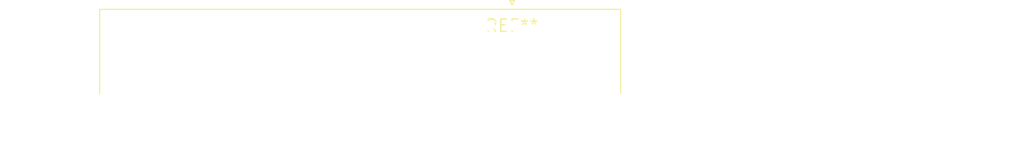
<source format=kicad_pcb>
(kicad_pcb (version 20240108) (generator pcbnew)
  (layers (0 "F.Cu" signal) (31 "B.Cu" signal) (34 "B.Paste" user) (35 "F.Paste" user) (36 "B.SilkS" user "B.Silkscreen") (37 "F.SilkS" user "F.Silkscreen") (38 "B.Mask" user) (39 "F.Mask" user) (44 "Edge.Cuts" user))
  (net 0 "")
  (footprint "DSUB-44-HD_Female_Horizontal_P2.29x1.98mm_EdgePinOffset3.03mm_Housed_MountingHolesOffset4.94mm" (layer "F.Cu") (at 0 0)
    (property "Reference" "REF**")
    (property "Value" "DSUB-44-HD_Female_Horizontal_P2.29x1.98mm_EdgePinOffset3.03mm_Housed_MountingHolesOffset4.94mm")
    (fp_line (start -42.135 -1.67) (end 11.085 -1.67) (layer "F.SilkS") (stroke (width 0.12)))
    (fp_line (start -42.135 6.93) (end -42.135 -1.67) (layer "F.SilkS") (stroke (width 0.12)))
    (fp_line (start -0.25 -2.564338) (end 0.25 -2.564338) (layer "F.SilkS") (stroke (width 0.12)))
    (fp_line (start 0 -2.131325) (end -0.25 -2.564338) (layer "F.SilkS") (stroke (width 0.12)))
    (fp_line (start 0.25 -2.564338) (end 0 -2.131325) (layer "F.SilkS") (stroke (width 0.12)))
    (fp_line (start 11.085 -1.67) (end 11.085 6.93) (layer "F.SilkS") (stroke (width 0.12)))
    (pad "0" thru_hole circle (at -39.075 2.05) (size 4 4) (drill 3.2) (layers *.Cu *.Mask) (remove_unused_layers))
    (pad "0" thru_hole circle (at 8.025 2.05) (size 4 4) (drill 3.2) (layers *.Cu *.Mask) (remove_unused_layers))
    (pad "1" thru_hole rect (at 0 0) (size 1.6 1.6) (drill 1) (layers *.Cu *.Mask) (remove_unused_layers))
    (pad "2" thru_hole circle (at -2.29 0) (size 1.6 1.6) (drill 1) (layers *.Cu *.Mask) (remove_unused_layers))
    (pad "3" thru_hole circle (at -4.58 0) (size 1.6 1.6) (drill 1) (layers *.Cu *.Mask) (remove_unused_layers))
    (pad "4" thru_hole circle (at -6.87 0) (size 1.6 1.6) (drill 1) (layers *.Cu *.Mask) (remove_unused_layers))
    (pad "5" thru_hole circle (at -9.16 0) (size 1.6 1.6) (drill 1) (layers *.Cu *.Mask) (remove_unused_layers))
    (pad "6" thru_hole circle (at -11.45 0) (size 1.6 1.6) (drill 1) (layers *.Cu *.Mask) (remove_unused_layers))
    (pad "7" thru_hole circle (at -13.74 0) (size 1.6 1.6) (drill 1) (layers *.Cu *.Mask) (remove_unused_layers))
    (pad "8" thru_hole circle (at -16.03 0) (size 1.6 1.6) (drill 1) (layers *.Cu *.Mask) (remove_unused_layers))
    (pad "9" thru_hole circle (at -18.32 0) (size 1.6 1.6) (drill 1) (layers *.Cu *.Mask) (remove_unused_layers))
    (pad "10" thru_hole circle (at -20.61 0) (size 1.6 1.6) (drill 1) (layers *.Cu *.Mask) (remove_unused_layers))
    (pad "11" thru_hole circle (at -22.9 0) (size 1.6 1.6) (drill 1) (layers *.Cu *.Mask) (remove_unused_layers))
    (pad "12" thru_hole circle (at -25.19 0) (size 1.6 1.6) (drill 1) (layers *.Cu *.Mask) (remove_unused_layers))
    (pad "13" thru_hole circle (at -27.48 0) (size 1.6 1.6) (drill 1) (layers *.Cu *.Mask) (remove_unused_layers))
    (pad "14" thru_hole circle (at -29.77 0) (size 1.6 1.6) (drill 1) (layers *.Cu *.Mask) (remove_unused_layers))
    (pad "15" thru_hole circle (at -32.06 0) (size 1.6 1.6) (drill 1) (layers *.Cu *.Mask) (remove_unused_layers))
    (pad "16" thru_hole circle (at 1.145 1.98) (size 1.6 1.6) (drill 1) (layers *.Cu *.Mask) (remove_unused_layers))
    (pad "17" thru_hole circle (at -1.145 1.98) (size 1.6 1.6) (drill 1) (layers *.Cu *.Mask) (remove_unused_layers))
    (pad "18" thru_hole circle (at -3.435 1.98) (size 1.6 1.6) (drill 1) (layers *.Cu *.Mask) (remove_unused_layers))
    (pad "19" thru_hole circle (at -5.725 1.98) (size 1.6 1.6) (drill 1) (layers *.Cu *.Mask) (remove_unused_layers))
    (pad "20" thru_hole circle (at -8.015 1.98) (size 1.6 1.6) (drill 1) (layers *.Cu *.Mask) (remove_unused_layers))
    (pad "21" thru_hole circle (at -10.305 1.98) (size 1.6 1.6) (drill 1) (layers *.Cu *.Mask) (remove_unused_layers))
    (pad "22" thru_hole circle (at -12.595 1.98) (size 1.6 1.6) (drill 1) (layers *.Cu *.Mask) (remove_unused_layers))
    (pad "23" thru_hole circle (at -14.885 1.98) (size 1.6 1.6) (drill 1) (layers *.Cu *.Mask) (remove_unused_layers))
    (pad "24" thru_hole circle (at -17.175 1.98) (size 1.6 1.6) (drill 1) (layers *.Cu *.Mask) (remove_unused_layers))
    (pad "25" thru_hole circle (at -19.465 1.98) (size 1.6 1.6) (drill 1) (layers *.Cu *.Mask) (remove_unused_layers))
    (pad "26" thru_hole circle (at -21.755 1.98) (size 1.6 1.6) (drill 1) (layers *.Cu *.Mask) (remove_unused_layers))
    (pad "27" thru_hole circle (at -24.045 1.98) (size 1.6 1.6) (drill 1) (layers *.Cu *.Mask) (remove_unused_layers))
    (pad "28" thru_hole circle (at -26.335 1.98) (size 1.6 1.6) (drill 1) (layers *.Cu *.Mask) (remove_unused_layers))
    (pad "29" thru_hole circle (at -28.625 1.98) (size 1.6 1.6) (drill 1) (layers *.Cu *.Mask) (remove_unused_layers))
    (pad "30" thru_hole circle (at -30.915 1.98) (size 1.6 1.6) (drill 1) (layers *.Cu *.Mask) (remove_unused_layers))
    (pad "31" thru_hole circle (at 0 3.96) (size 1.6 1.6) (drill 1) (layers *.Cu *.Mask) (remove_unused_layers))
    (pad "32" thru_hole circle (at -2.29 3.96) (size 1.6 1.6) (drill 1) (layers *.Cu *.Mask) (remove_unused_layers))
    (pad "33" thru_hole circle (at -4.58 3.96) (size 1.6 1.6) (drill 1) (layers *.Cu *.Mask) (remove_unused_layers))
    (pad "34" thru_hole circle (at -6.87 3.96) (size 1.6 1.6) (drill 1) (layers *.Cu *.Mask) (remove_unused_layers))
    (pad "35" thru_hole circle (at -9.16 3.96) (size 1.6 1.6) (drill 1) (layers *.Cu *.Mask) (remove_unused_layers))
    (pad "36" thru_hole circle (at -11.45 3.96) (size 1.6 1.6) (drill 1) (layers *.Cu *.Mask) (remove_unused_layers))
    (pad "37" thru_hole circle (at -13.74 3.96) (size 1.6 1.6) (drill 1) (layers *.Cu *.Mask) (remove_unused_layers))
    (pad "38" thru_hole circle (at -16.03 3.96) (size 1.6 1.6) (drill 1) (layers *.Cu *.Mask) (remove_unused_layers))
    (pad "39" thru_hole circle (at -18.32 3.96) (size 1.6 1.6) (drill 1) (layers *.Cu *.Mask) (remove_unused_layers))
    (pad "40" thru_hole circle (at -20.61 3.96) (size 1.6 1.6) (drill 1) (layers *.Cu *.Mask) (remove_unused_layers))
    (pad "41" thru_hole circle (at -22.9 3.96) (size 1.6 1.6) (drill 1) (layers *.Cu *.Mask) (remove_unused_layers))
    (pad "42" thru_hole circle (at -25.19 3.96) (size 1.6 1.6) (drill 1) (layers *.Cu *.Mask) (remove_unused_layers))
    (pad "43" thru_hole circle (at -27.48 3.96) (size 1.6 1.6) (drill 1) (layers *.Cu *.Mask) (remove_unused_layers))
    (pad "44" thru_hole circle (at -29.77 3.96) (size 1.6 1.6) (drill 1) (layers *.Cu *.Mask) (remove_unused_layers))
  )
)
</source>
